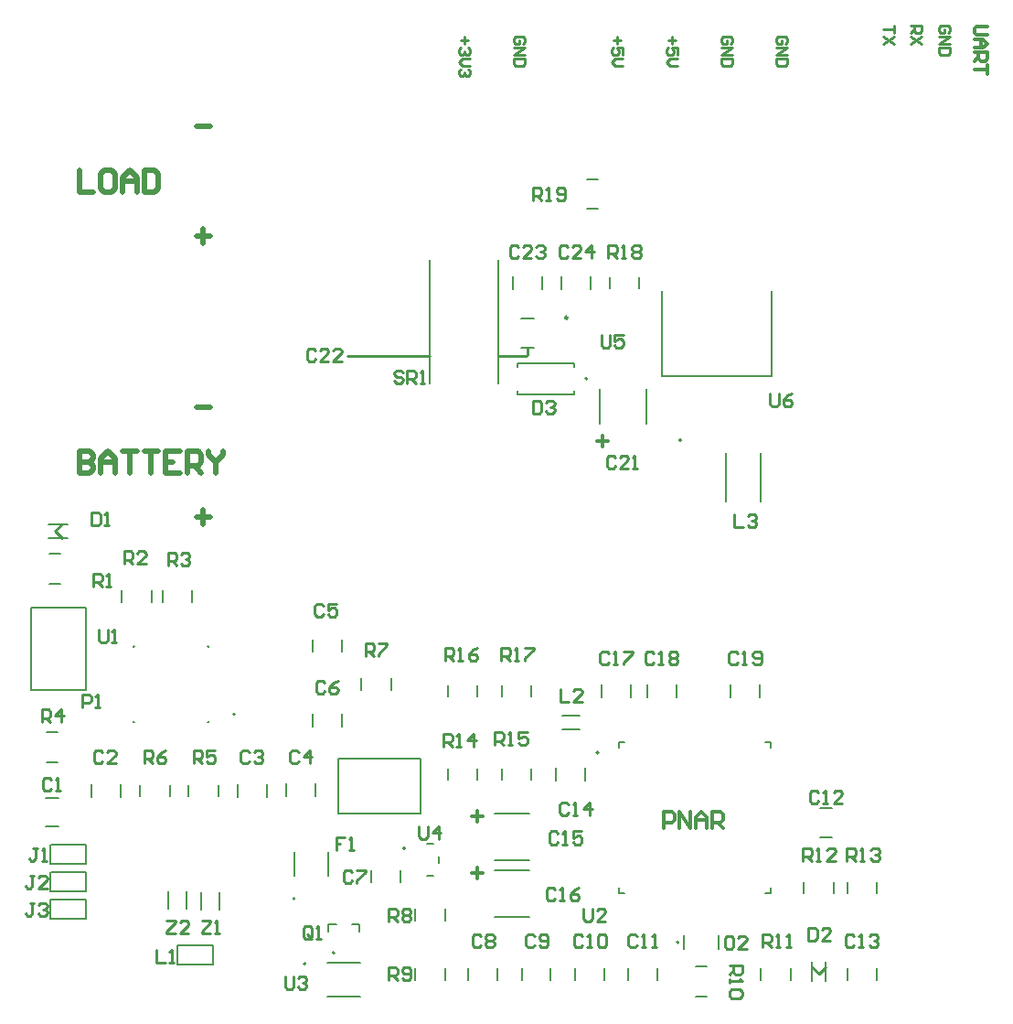
<source format=gbr>
%TF.GenerationSoftware,Altium Limited,Altium Designer,25.2.1 (25)*%
G04 Layer_Color=65535*
%FSLAX43Y43*%
%MOMM*%
%TF.SameCoordinates,4C24163C-91DB-42BE-86CD-6C2E27ADC54B*%
%TF.FilePolarity,Positive*%
%TF.FileFunction,Legend,Top*%
%TF.Part,Single*%
G01*
G75*
%TA.AperFunction,NonConductor*%
%ADD71C,0.250*%
%ADD72C,0.200*%
%ADD73C,0.000*%
%ADD74C,0.254*%
%ADD75C,0.127*%
%ADD76C,0.300*%
%ADD77C,0.500*%
D71*
X50750Y63750D02*
G03*
X50750Y63750I-125J0D01*
G01*
X70913Y89084D02*
X71080Y89250D01*
Y89583D01*
X70913Y89750D01*
X70247D01*
X70080Y89583D01*
Y89250D01*
X70247Y89084D01*
X70580D01*
Y89417D01*
X70080Y88750D02*
X71080D01*
X70080Y88084D01*
X71080D01*
Y87751D02*
X70080D01*
Y87251D01*
X70247Y87084D01*
X70913D01*
X71080Y87251D01*
Y87751D01*
X65833Y89084D02*
X66000Y89250D01*
Y89583D01*
X65833Y89750D01*
X65167D01*
X65000Y89583D01*
Y89250D01*
X65167Y89084D01*
X65500D01*
Y89417D01*
X65000Y88750D02*
X66000D01*
X65000Y88084D01*
X66000D01*
Y87751D02*
X65000D01*
Y87251D01*
X65167Y87084D01*
X65833D01*
X66000Y87251D01*
Y87751D01*
X46561Y89084D02*
X46728Y89250D01*
Y89583D01*
X46561Y89750D01*
X45895D01*
X45728Y89583D01*
Y89250D01*
X45895Y89084D01*
X46228D01*
Y89417D01*
X45728Y88750D02*
X46728D01*
X45728Y88084D01*
X46728D01*
Y87751D02*
X45728D01*
Y87251D01*
X45895Y87084D01*
X46561D01*
X46728Y87251D01*
Y87751D01*
X41148Y89750D02*
Y89084D01*
X41481Y89417D02*
X40815D01*
X41481Y88750D02*
X41648Y88584D01*
Y88250D01*
X41481Y88084D01*
X41315D01*
X41148Y88250D01*
Y88417D01*
Y88250D01*
X40981Y88084D01*
X40815D01*
X40648Y88250D01*
Y88584D01*
X40815Y88750D01*
X41648Y87751D02*
X40981D01*
X40648Y87417D01*
X40981Y87084D01*
X41648D01*
X41481Y86751D02*
X41648Y86584D01*
Y86251D01*
X41481Y86085D01*
X41315D01*
X41148Y86251D01*
Y86418D01*
Y86251D01*
X40981Y86085D01*
X40815D01*
X40648Y86251D01*
Y86584D01*
X40815Y86751D01*
X55340Y89750D02*
Y89084D01*
X55673Y89417D02*
X55007D01*
X55840Y88084D02*
Y88750D01*
X55340D01*
X55507Y88417D01*
Y88250D01*
X55340Y88084D01*
X55007D01*
X54840Y88250D01*
Y88584D01*
X55007Y88750D01*
X55840Y87751D02*
X55173D01*
X54840Y87417D01*
X55173Y87084D01*
X55840D01*
X60420Y89750D02*
Y89084D01*
X60753Y89417D02*
X60087D01*
X60920Y88084D02*
Y88750D01*
X60420D01*
X60587Y88417D01*
Y88250D01*
X60420Y88084D01*
X60087D01*
X59920Y88250D01*
Y88584D01*
X60087Y88750D01*
X60920Y87751D02*
X60253D01*
X59920Y87417D01*
X60253Y87084D01*
X60920D01*
X80986Y90750D02*
Y90084D01*
Y90417D01*
X79986D01*
X80986Y89750D02*
X79986Y89084D01*
X80986D02*
X79986Y89750D01*
X82526Y90750D02*
X83526D01*
Y90250D01*
X83359Y90084D01*
X83026D01*
X82859Y90250D01*
Y90750D01*
Y90417D02*
X82526Y90084D01*
X83526Y89750D02*
X82526Y89084D01*
X83526D02*
X82526Y89750D01*
X85925Y90084D02*
X86092Y90250D01*
Y90583D01*
X85925Y90750D01*
X85259D01*
X85092Y90583D01*
Y90250D01*
X85259Y90084D01*
X85592D01*
Y90417D01*
X85092Y89750D02*
X86092D01*
X85092Y89084D01*
X86092D01*
Y88751D02*
X85092D01*
Y88251D01*
X85259Y88084D01*
X85925D01*
X86092Y88251D01*
Y88751D01*
D72*
X52546Y58100D02*
G03*
X52546Y58100I-100J0D01*
G01*
X61251Y52410D02*
G03*
X61251Y52410I-126J0D01*
G01*
X19951Y27051D02*
G03*
X19951Y27051I-100J0D01*
G01*
X29150Y5000D02*
G03*
X29150Y5000I-100J0D01*
G01*
X26480Y3955D02*
G03*
X26480Y3955I-100J0D01*
G01*
X53600Y23500D02*
G03*
X53600Y23500I-100J0D01*
G01*
X61019Y5969D02*
G03*
X61019Y5969I-100J0D01*
G01*
X35690Y14650D02*
G03*
X35690Y14650I-100J0D01*
G01*
X44348Y57658D02*
Y69088D01*
X37948Y57658D02*
Y69088D01*
X58030Y53916D02*
Y57141D01*
X53730Y53916D02*
Y57141D01*
X59420Y58321D02*
Y66205D01*
X69580Y58321D02*
Y66205D01*
X59420Y58321D02*
X69580D01*
X74650Y2407D02*
Y4183D01*
X73350D02*
X73365Y2407D01*
X2612Y43350D02*
X4388D01*
X2612Y44635D02*
X4388Y44650D01*
X43925Y12650D02*
X47150D01*
X43925Y8350D02*
X47150D01*
X6096Y32089D02*
Y36957D01*
Y29337D02*
Y36957D01*
X1016Y29337D02*
Y36957D01*
Y29337D02*
X6096D01*
X1016Y36957D02*
X6096D01*
X32216Y17907D02*
X37084D01*
X29464D02*
X37084D01*
X29464Y22987D02*
X37084D01*
X29464Y17907D02*
Y22987D01*
X37084Y17907D02*
Y22987D01*
X68600Y46750D02*
Y51250D01*
X65400Y46750D02*
Y51250D01*
X43925Y13550D02*
X47150D01*
X43925Y17850D02*
X47150D01*
D73*
X25527Y9997D02*
G03*
X25527Y9997I-127J0D01*
G01*
D74*
X47000Y60335D02*
Y60950D01*
X46863Y60198D02*
X47000Y60335D01*
X44348Y60198D02*
X46863D01*
X30353Y60198D02*
X37948D01*
X46863Y60198D02*
X47000Y60335D01*
Y60950D01*
X74000Y3041D02*
X74635Y3676D01*
X73365D02*
X74000Y3041D01*
X3246Y44000D02*
X3881Y43365D01*
X3246Y44000D02*
X3881Y44635D01*
X55153Y50819D02*
X54953Y51019D01*
X54553D01*
X54353Y50819D01*
Y50019D01*
X54553Y49819D01*
X54953D01*
X55153Y50019D01*
X56353Y49819D02*
X55553D01*
X56353Y50619D01*
Y50819D01*
X56153Y51019D01*
X55753D01*
X55553Y50819D01*
X56753Y49819D02*
X57153D01*
X56953D01*
Y51019D01*
X56753Y50819D01*
X7328Y34890D02*
Y33890D01*
X7528Y33690D01*
X7928D01*
X8128Y33890D01*
Y34890D01*
X8528Y33690D02*
X8928D01*
X8728D01*
Y34890D01*
X8528Y34690D01*
X47522Y74584D02*
Y75784D01*
X48122D01*
X48322Y75584D01*
Y75184D01*
X48122Y74984D01*
X47522D01*
X47922D02*
X48322Y74584D01*
X48722D02*
X49122D01*
X48922D01*
Y75784D01*
X48722Y75584D01*
X49722Y74784D02*
X49922Y74584D01*
X50322D01*
X50522Y74784D01*
Y75584D01*
X50322Y75784D01*
X49922D01*
X49722Y75584D01*
Y75384D01*
X49922Y75184D01*
X50522D01*
X69485Y56734D02*
Y55734D01*
X69685Y55534D01*
X70085D01*
X70285Y55734D01*
Y56734D01*
X71485D02*
X71085Y56534D01*
X70685Y56134D01*
Y55734D01*
X70885Y55534D01*
X71285D01*
X71485Y55734D01*
Y55934D01*
X71285Y56134D01*
X70685D01*
X13605Y7966D02*
X14405D01*
Y7766D01*
X13605Y6966D01*
Y6766D01*
X14405D01*
X15605D02*
X14805D01*
X15605Y7566D01*
Y7766D01*
X15405Y7966D01*
X15005D01*
X14805Y7766D01*
X16853Y7966D02*
X17653D01*
Y7766D01*
X16853Y6966D01*
Y6766D01*
X17653D01*
X18053D02*
X18453D01*
X18253D01*
Y7966D01*
X18053Y7766D01*
X53864Y62195D02*
Y61195D01*
X54064Y60995D01*
X54464D01*
X54664Y61195D01*
Y62195D01*
X55864D02*
X55064D01*
Y61595D01*
X55464Y61795D01*
X55664D01*
X55864Y61595D01*
Y61195D01*
X55664Y60995D01*
X55264D01*
X55064Y61195D01*
X36973Y16729D02*
Y15729D01*
X37173Y15529D01*
X37573D01*
X37773Y15729D01*
Y16729D01*
X38773Y15529D02*
Y16729D01*
X38173Y16129D01*
X38973D01*
X24555Y2846D02*
Y1846D01*
X24755Y1646D01*
X25155D01*
X25355Y1846D01*
Y2846D01*
X25755Y2646D02*
X25955Y2846D01*
X26355D01*
X26555Y2646D01*
Y2446D01*
X26355Y2246D01*
X26155D01*
X26355D01*
X26555Y2046D01*
Y1846D01*
X26355Y1646D01*
X25955D01*
X25755Y1846D01*
X52213Y9109D02*
Y8109D01*
X52413Y7909D01*
X52813D01*
X53013Y8109D01*
Y9109D01*
X54213Y7909D02*
X53413D01*
X54213Y8709D01*
Y8909D01*
X54013Y9109D01*
X53613D01*
X53413Y8909D01*
X35468Y58693D02*
X35268Y58893D01*
X34868D01*
X34668Y58693D01*
Y58493D01*
X34868Y58293D01*
X35268D01*
X35468Y58093D01*
Y57893D01*
X35268Y57693D01*
X34868D01*
X34668Y57893D01*
X35868Y57693D02*
Y58893D01*
X36468D01*
X36668Y58693D01*
Y58293D01*
X36468Y58093D01*
X35868D01*
X36268D02*
X36668Y57693D01*
X37068D02*
X37468D01*
X37268D01*
Y58893D01*
X37068Y58693D01*
X54507Y69250D02*
Y70450D01*
X55107D01*
X55307Y70250D01*
Y69850D01*
X55107Y69650D01*
X54507D01*
X54907D02*
X55307Y69250D01*
X55707D02*
X56107D01*
X55907D01*
Y70450D01*
X55707Y70250D01*
X56707D02*
X56907Y70450D01*
X57307D01*
X57507Y70250D01*
Y70050D01*
X57307Y69850D01*
X57507Y69650D01*
Y69450D01*
X57307Y69250D01*
X56907D01*
X56707Y69450D01*
Y69650D01*
X56907Y69850D01*
X56707Y70050D01*
Y70250D01*
X56907Y69850D02*
X57307D01*
X6820Y38884D02*
Y40084D01*
X7420D01*
X7620Y39884D01*
Y39484D01*
X7420Y39284D01*
X6820D01*
X7220D02*
X7620Y38884D01*
X8020D02*
X8420D01*
X8220D01*
Y40084D01*
X8020Y39884D01*
X11518Y22514D02*
Y23714D01*
X12118D01*
X12318Y23514D01*
Y23114D01*
X12118Y22914D01*
X11518D01*
X11918D02*
X12318Y22514D01*
X13518Y23714D02*
X13118Y23514D01*
X12718Y23114D01*
Y22714D01*
X12918Y22514D01*
X13318D01*
X13518Y22714D01*
Y22914D01*
X13318Y23114D01*
X12718D01*
X16073Y22514D02*
Y23714D01*
X16673D01*
X16873Y23514D01*
Y23114D01*
X16673Y22914D01*
X16073D01*
X16473D02*
X16873Y22514D01*
X18073Y23714D02*
X17273D01*
Y23114D01*
X17673Y23314D01*
X17873D01*
X18073Y23114D01*
Y22714D01*
X17873Y22514D01*
X17473D01*
X17273Y22714D01*
X9673Y40956D02*
Y42156D01*
X10273D01*
X10473Y41956D01*
Y41556D01*
X10273Y41356D01*
X9673D01*
X10073D02*
X10473Y40956D01*
X11673D02*
X10873D01*
X11673Y41756D01*
Y41956D01*
X11473Y42156D01*
X11073D01*
X10873Y41956D01*
X13727Y40829D02*
Y42029D01*
X14327D01*
X14527Y41829D01*
Y41429D01*
X14327Y41229D01*
X13727D01*
X14127D02*
X14527Y40829D01*
X14927Y41829D02*
X15127Y42029D01*
X15527D01*
X15727Y41829D01*
Y41629D01*
X15527Y41429D01*
X15327D01*
X15527D01*
X15727Y41229D01*
Y41029D01*
X15527Y40829D01*
X15127D01*
X14927Y41029D01*
X2048Y26308D02*
Y27508D01*
X2648D01*
X2848Y27308D01*
Y26908D01*
X2648Y26708D01*
X2048D01*
X2448D02*
X2848Y26308D01*
X3848D02*
Y27508D01*
X3248Y26908D01*
X4048D01*
X44003Y24202D02*
Y25401D01*
X44602D01*
X44802Y25201D01*
Y24802D01*
X44602Y24602D01*
X44003D01*
X44402D02*
X44802Y24202D01*
X45202D02*
X45602D01*
X45402D01*
Y25401D01*
X45202Y25201D01*
X47002Y25401D02*
X46202D01*
Y24802D01*
X46602Y25001D01*
X46802D01*
X47002Y24802D01*
Y24402D01*
X46802Y24202D01*
X46402D01*
X46202Y24402D01*
X32000Y32426D02*
Y33626D01*
X32600D01*
X32800Y33426D01*
Y33026D01*
X32600Y32826D01*
X32000D01*
X32400D02*
X32800Y32426D01*
X33200Y33626D02*
X34000D01*
Y33426D01*
X33200Y32626D01*
Y32426D01*
X39246Y24075D02*
Y25274D01*
X39846D01*
X40046Y25074D01*
Y24675D01*
X39846Y24475D01*
X39246D01*
X39646D02*
X40046Y24075D01*
X40446D02*
X40846D01*
X40646D01*
Y25274D01*
X40446Y25074D01*
X42046Y24075D02*
Y25274D01*
X41446Y24675D01*
X42246D01*
X68804Y5496D02*
Y6696D01*
X69404D01*
X69604Y6496D01*
Y6096D01*
X69404Y5896D01*
X68804D01*
X69204D02*
X69604Y5496D01*
X70004D02*
X70404D01*
X70204D01*
Y6696D01*
X70004Y6496D01*
X71004Y5496D02*
X71404D01*
X71204D01*
Y6696D01*
X71004Y6496D01*
X34179Y2448D02*
Y3648D01*
X34779D01*
X34979Y3448D01*
Y3048D01*
X34779Y2848D01*
X34179D01*
X34579D02*
X34979Y2448D01*
X35379Y2648D02*
X35579Y2448D01*
X35979D01*
X36179Y2648D01*
Y3448D01*
X35979Y3648D01*
X35579D01*
X35379Y3448D01*
Y3248D01*
X35579Y3048D01*
X36179D01*
X34179Y7909D02*
Y9109D01*
X34779D01*
X34979Y8909D01*
Y8509D01*
X34779Y8309D01*
X34179D01*
X34579D02*
X34979Y7909D01*
X35379Y8909D02*
X35579Y9109D01*
X35979D01*
X36179Y8909D01*
Y8709D01*
X35979Y8509D01*
X36179Y8309D01*
Y8109D01*
X35979Y7909D01*
X35579D01*
X35379Y8109D01*
Y8309D01*
X35579Y8509D01*
X35379Y8709D01*
Y8909D01*
X35579Y8509D02*
X35979D01*
X44601Y32039D02*
Y33239D01*
X45201D01*
X45401Y33039D01*
Y32639D01*
X45201Y32439D01*
X44601D01*
X45001D02*
X45401Y32039D01*
X45801D02*
X46201D01*
X46001D01*
Y33239D01*
X45801Y33039D01*
X46801Y33239D02*
X47601D01*
Y33039D01*
X46801Y32239D01*
Y32039D01*
X76605Y13497D02*
Y14697D01*
X77205D01*
X77405Y14497D01*
Y14097D01*
X77205Y13897D01*
X76605D01*
X77005D02*
X77405Y13497D01*
X77805D02*
X78205D01*
X78005D01*
Y14697D01*
X77805Y14497D01*
X78805D02*
X79005Y14697D01*
X79405D01*
X79605Y14497D01*
Y14297D01*
X79405Y14097D01*
X79205D01*
X79405D01*
X79605Y13897D01*
Y13697D01*
X79405Y13497D01*
X79005D01*
X78805Y13697D01*
X72541Y13497D02*
Y14697D01*
X73141D01*
X73341Y14497D01*
Y14097D01*
X73141Y13897D01*
X72541D01*
X72941D02*
X73341Y13497D01*
X73741D02*
X74141D01*
X73941D01*
Y14697D01*
X73741Y14497D01*
X75541Y13497D02*
X74741D01*
X75541Y14297D01*
Y14497D01*
X75341Y14697D01*
X74941D01*
X74741Y14497D01*
X65694Y3786D02*
X66894D01*
Y3186D01*
X66694Y2986D01*
X66294D01*
X66094Y3186D01*
Y3786D01*
Y3386D02*
X65694Y2986D01*
Y2586D02*
Y2186D01*
Y2386D01*
X66894D01*
X66694Y2586D01*
Y1586D02*
X66894Y1386D01*
Y986D01*
X66694Y786D01*
X65894D01*
X65694Y986D01*
Y1386D01*
X65894Y1586D01*
X66694D01*
X39373Y32039D02*
Y33238D01*
X39973D01*
X40173Y33038D01*
Y32639D01*
X39973Y32439D01*
X39373D01*
X39773D02*
X40173Y32039D01*
X40573D02*
X40973D01*
X40773D01*
Y33238D01*
X40573Y33038D01*
X42373Y33238D02*
X41973Y33038D01*
X41573Y32639D01*
Y32239D01*
X41773Y32039D01*
X42173D01*
X42373Y32239D01*
Y32439D01*
X42173Y32639D01*
X41573D01*
X27051Y6458D02*
Y7258D01*
X26851Y7458D01*
X26451D01*
X26251Y7258D01*
Y6458D01*
X26451Y6258D01*
X26851D01*
X26651Y6658D02*
X27051Y6258D01*
X26851D02*
X27051Y6458D01*
X27451Y6258D02*
X27851D01*
X27651D01*
Y7458D01*
X27451Y7258D01*
X5804Y27721D02*
Y28921D01*
X6404D01*
X6604Y28721D01*
Y28321D01*
X6404Y28121D01*
X5804D01*
X7004Y27721D02*
X7404D01*
X7204D01*
Y28921D01*
X7004Y28721D01*
X65894Y6569D02*
X65494D01*
X65294Y6369D01*
Y5569D01*
X65494Y5369D01*
X65894D01*
X66094Y5569D01*
Y6369D01*
X65894Y6569D01*
X67294Y5369D02*
X66494D01*
X67294Y6169D01*
Y6369D01*
X67094Y6569D01*
X66694D01*
X66494Y6369D01*
X66183Y45558D02*
Y44358D01*
X66983D01*
X67383Y45358D02*
X67583Y45558D01*
X67983D01*
X68183Y45358D01*
Y45158D01*
X67983Y44958D01*
X67783D01*
X67983D01*
X68183Y44758D01*
Y44558D01*
X67983Y44358D01*
X67583D01*
X67383Y44558D01*
X12662Y5299D02*
Y4099D01*
X13462D01*
X13862D02*
X14262D01*
X14062D01*
Y5299D01*
X13862Y5099D01*
X50054Y29429D02*
Y28229D01*
X50854D01*
X52054D02*
X51254D01*
X52054Y29029D01*
Y29229D01*
X51854Y29429D01*
X51454D01*
X51254Y29229D01*
X1324Y9617D02*
X924D01*
X1124D01*
Y8617D01*
X924Y8417D01*
X724D01*
X524Y8617D01*
X1724Y9417D02*
X1924Y9617D01*
X2324D01*
X2524Y9417D01*
Y9217D01*
X2324Y9017D01*
X2124D01*
X2324D01*
X2524Y8817D01*
Y8617D01*
X2324Y8417D01*
X1924D01*
X1724Y8617D01*
X1324Y12157D02*
X924D01*
X1124D01*
Y11157D01*
X924Y10957D01*
X724D01*
X524Y11157D01*
X2524Y10957D02*
X1724D01*
X2524Y11757D01*
Y11957D01*
X2324Y12157D01*
X1924D01*
X1724Y11957D01*
X1651Y14697D02*
X1251D01*
X1451D01*
Y13697D01*
X1251Y13497D01*
X1051D01*
X851Y13697D01*
X2051Y13497D02*
X2451D01*
X2251D01*
Y14697D01*
X2051Y14497D01*
X30099Y15713D02*
X29299D01*
Y15113D01*
X29699D01*
X29299D01*
Y14513D01*
X30499D02*
X30899D01*
X30699D01*
Y15713D01*
X30499Y15513D01*
X47514Y56099D02*
Y54899D01*
X48114D01*
X48314Y55099D01*
Y55899D01*
X48114Y56099D01*
X47514D01*
X48714Y55899D02*
X48914Y56099D01*
X49314D01*
X49514Y55899D01*
Y55699D01*
X49314Y55499D01*
X49114D01*
X49314D01*
X49514Y55299D01*
Y55099D01*
X49314Y54899D01*
X48914D01*
X48714Y55099D01*
X6637Y45743D02*
Y44543D01*
X7237D01*
X7437Y44743D01*
Y45543D01*
X7237Y45743D01*
X6637D01*
X7837Y44543D02*
X8237D01*
X8037D01*
Y45743D01*
X7837Y45543D01*
X73041Y7331D02*
Y6131D01*
X73641D01*
X73841Y6331D01*
Y7131D01*
X73641Y7331D01*
X73041D01*
X75041Y6131D02*
X74241D01*
X75041Y6931D01*
Y7131D01*
X74841Y7331D01*
X74441D01*
X74241Y7131D01*
X46190Y70250D02*
X45990Y70450D01*
X45590D01*
X45391Y70250D01*
Y69450D01*
X45590Y69250D01*
X45990D01*
X46190Y69450D01*
X47390Y69250D02*
X46590D01*
X47390Y70050D01*
Y70250D01*
X47190Y70450D01*
X46790D01*
X46590Y70250D01*
X47790D02*
X47990Y70450D01*
X48390D01*
X48589Y70250D01*
Y70050D01*
X48390Y69850D01*
X48190D01*
X48390D01*
X48589Y69650D01*
Y69450D01*
X48390Y69250D01*
X47990D01*
X47790Y69450D01*
X27394Y60725D02*
X27194Y60925D01*
X26794D01*
X26595Y60725D01*
Y59925D01*
X26794Y59725D01*
X27194D01*
X27394Y59925D01*
X28594Y59725D02*
X27794D01*
X28594Y60525D01*
Y60725D01*
X28394Y60925D01*
X27994D01*
X27794Y60725D01*
X29793Y59725D02*
X28994D01*
X29793Y60525D01*
Y60725D01*
X29594Y60925D01*
X29194D01*
X28994Y60725D01*
X50762Y70250D02*
X50562Y70450D01*
X50162D01*
X49963Y70250D01*
Y69450D01*
X50162Y69250D01*
X50562D01*
X50762Y69450D01*
X51962Y69250D02*
X51162D01*
X51962Y70050D01*
Y70250D01*
X51762Y70450D01*
X51362D01*
X51162Y70250D01*
X52962Y69250D02*
Y70450D01*
X52362Y69850D01*
X53161D01*
X7674Y23514D02*
X7474Y23714D01*
X7074D01*
X6874Y23514D01*
Y22714D01*
X7074Y22514D01*
X7474D01*
X7674Y22714D01*
X8874Y22514D02*
X8074D01*
X8874Y23314D01*
Y23514D01*
X8674Y23714D01*
X8274D01*
X8074Y23514D01*
X21263D02*
X21063Y23714D01*
X20663D01*
X20463Y23514D01*
Y22714D01*
X20663Y22514D01*
X21063D01*
X21263Y22714D01*
X21663Y23514D02*
X21863Y23714D01*
X22263D01*
X22463Y23514D01*
Y23314D01*
X22263Y23114D01*
X22063D01*
X22263D01*
X22463Y22914D01*
Y22714D01*
X22263Y22514D01*
X21863D01*
X21663Y22714D01*
X25835Y23514D02*
X25635Y23714D01*
X25235D01*
X25035Y23514D01*
Y22714D01*
X25235Y22514D01*
X25635D01*
X25835Y22714D01*
X26835Y22514D02*
Y23714D01*
X26235Y23114D01*
X27035D01*
X2921Y20974D02*
X2721Y21174D01*
X2321D01*
X2121Y20974D01*
Y20174D01*
X2321Y19974D01*
X2721D01*
X2921Y20174D01*
X3321Y19974D02*
X3721D01*
X3521D01*
Y21174D01*
X3321Y20974D01*
X28248Y29991D02*
X28048Y30191D01*
X27648D01*
X27448Y29991D01*
Y29191D01*
X27648Y28991D01*
X28048D01*
X28248Y29191D01*
X29448Y30191D02*
X29048Y29991D01*
X28648Y29591D01*
Y29191D01*
X28848Y28991D01*
X29248D01*
X29448Y29191D01*
Y29391D01*
X29248Y29591D01*
X28648D01*
X28121Y37103D02*
X27921Y37303D01*
X27521D01*
X27321Y37103D01*
Y36303D01*
X27521Y36103D01*
X27921D01*
X28121Y36303D01*
X29321Y37303D02*
X28521D01*
Y36703D01*
X28921Y36903D01*
X29121D01*
X29321Y36703D01*
Y36303D01*
X29121Y36103D01*
X28721D01*
X28521Y36303D01*
X77278Y6496D02*
X77078Y6696D01*
X76678D01*
X76478Y6496D01*
Y5696D01*
X76678Y5496D01*
X77078D01*
X77278Y5696D01*
X77678Y5496D02*
X78078D01*
X77878D01*
Y6696D01*
X77678Y6496D01*
X78678D02*
X78878Y6696D01*
X79278D01*
X79478Y6496D01*
Y6296D01*
X79278Y6096D01*
X79078D01*
X79278D01*
X79478Y5896D01*
Y5696D01*
X79278Y5496D01*
X78878D01*
X78678Y5696D01*
X58736Y32658D02*
X58536Y32858D01*
X58136D01*
X57936Y32658D01*
Y31858D01*
X58136Y31658D01*
X58536D01*
X58736Y31858D01*
X59136Y31658D02*
X59536D01*
X59336D01*
Y32858D01*
X59136Y32658D01*
X60136D02*
X60336Y32858D01*
X60736D01*
X60936Y32658D01*
Y32458D01*
X60736Y32258D01*
X60936Y32058D01*
Y31858D01*
X60736Y31658D01*
X60336D01*
X60136Y31858D01*
Y32058D01*
X60336Y32258D01*
X60136Y32458D01*
Y32658D01*
X60336Y32258D02*
X60736D01*
X73976Y19831D02*
X73776Y20031D01*
X73376D01*
X73176Y19831D01*
Y19031D01*
X73376Y18831D01*
X73776D01*
X73976Y19031D01*
X74376Y18831D02*
X74776D01*
X74576D01*
Y20031D01*
X74376Y19831D01*
X76176Y18831D02*
X75376D01*
X76176Y19631D01*
Y19831D01*
X75976Y20031D01*
X75576D01*
X75376Y19831D01*
X66483Y32658D02*
X66283Y32858D01*
X65883D01*
X65683Y32658D01*
Y31858D01*
X65883Y31658D01*
X66283D01*
X66483Y31858D01*
X66883Y31658D02*
X67283D01*
X67083D01*
Y32858D01*
X66883Y32658D01*
X67883Y31858D02*
X68083Y31658D01*
X68483D01*
X68683Y31858D01*
Y32658D01*
X68483Y32858D01*
X68083D01*
X67883Y32658D01*
Y32458D01*
X68083Y32258D01*
X68683D01*
X50808Y18725D02*
X50608Y18925D01*
X50208D01*
X50008Y18725D01*
Y17925D01*
X50208Y17725D01*
X50608D01*
X50808Y17925D01*
X51208Y17725D02*
X51608D01*
X51408D01*
Y18925D01*
X51208Y18725D01*
X52808Y17725D02*
Y18925D01*
X52208Y18325D01*
X53008D01*
X57158Y6496D02*
X56958Y6696D01*
X56558D01*
X56358Y6496D01*
Y5696D01*
X56558Y5496D01*
X56958D01*
X57158Y5696D01*
X57558Y5496D02*
X57958D01*
X57758D01*
Y6696D01*
X57558Y6496D01*
X58558Y5496D02*
X58958D01*
X58758D01*
Y6696D01*
X58558Y6496D01*
X54545Y32658D02*
X54345Y32858D01*
X53945D01*
X53745Y32658D01*
Y31858D01*
X53945Y31658D01*
X54345D01*
X54545Y31858D01*
X54945Y31658D02*
X55345D01*
X55145D01*
Y32858D01*
X54945Y32658D01*
X55945Y32858D02*
X56745D01*
Y32658D01*
X55945Y31858D01*
Y31658D01*
X42726Y6496D02*
X42526Y6696D01*
X42126D01*
X41926Y6496D01*
Y5696D01*
X42126Y5496D01*
X42526D01*
X42726Y5696D01*
X43126Y6496D02*
X43326Y6696D01*
X43726D01*
X43926Y6496D01*
Y6296D01*
X43726Y6096D01*
X43926Y5896D01*
Y5696D01*
X43726Y5496D01*
X43326D01*
X43126Y5696D01*
Y5896D01*
X43326Y6096D01*
X43126Y6296D01*
Y6496D01*
X43326Y6096D02*
X43726D01*
X47679Y6496D02*
X47479Y6696D01*
X47079D01*
X46879Y6496D01*
Y5696D01*
X47079Y5496D01*
X47479D01*
X47679Y5696D01*
X48079D02*
X48279Y5496D01*
X48679D01*
X48879Y5696D01*
Y6496D01*
X48679Y6696D01*
X48279D01*
X48079Y6496D01*
Y6296D01*
X48279Y6096D01*
X48879D01*
X49592Y10822D02*
X49392Y11022D01*
X48992D01*
X48792Y10822D01*
Y10022D01*
X48992Y9822D01*
X49392D01*
X49592Y10022D01*
X49992Y9822D02*
X50392D01*
X50192D01*
Y11022D01*
X49992Y10822D01*
X51792Y11022D02*
X51392Y10822D01*
X50992Y10422D01*
Y10022D01*
X51192Y9822D01*
X51592D01*
X51792Y10022D01*
Y10222D01*
X51592Y10422D01*
X50992D01*
X52132Y6496D02*
X51932Y6696D01*
X51532D01*
X51332Y6496D01*
Y5696D01*
X51532Y5496D01*
X51932D01*
X52132Y5696D01*
X52532Y5496D02*
X52932D01*
X52732D01*
Y6696D01*
X52532Y6496D01*
X53532D02*
X53732Y6696D01*
X54132D01*
X54332Y6496D01*
Y5696D01*
X54132Y5496D01*
X53732D01*
X53532Y5696D01*
Y6496D01*
X49846Y16029D02*
X49646Y16229D01*
X49246D01*
X49046Y16029D01*
Y15229D01*
X49246Y15029D01*
X49646D01*
X49846Y15229D01*
X50246Y15029D02*
X50646D01*
X50446D01*
Y16229D01*
X50246Y16029D01*
X52046Y16229D02*
X51246D01*
Y15629D01*
X51646Y15829D01*
X51846D01*
X52046Y15629D01*
Y15229D01*
X51846Y15029D01*
X51446D01*
X51246Y15229D01*
X30788Y12465D02*
X30588Y12665D01*
X30188D01*
X29988Y12465D01*
Y11665D01*
X30188Y11465D01*
X30588D01*
X30788Y11665D01*
X31188Y12665D02*
X31988D01*
Y12465D01*
X31188Y11665D01*
Y11465D01*
D75*
X46050Y59200D02*
Y59550D01*
X51350D01*
Y59200D02*
Y59550D01*
X46050Y56650D02*
Y57000D01*
Y56650D02*
X51350D01*
Y57000D01*
X50200Y26954D02*
X51800D01*
X50200Y25624D02*
X51800D01*
X17491Y26351D02*
Y26456D01*
Y33246D02*
Y33351D01*
X10491Y26351D02*
Y26456D01*
Y33246D02*
Y33351D01*
X17386Y26351D02*
X17491D01*
X17386Y33351D02*
X17491D01*
X10491Y26351D02*
X10596D01*
X10491Y33351D02*
X10596D01*
X28550Y6965D02*
Y7650D01*
X30720D02*
X31450D01*
X28550D02*
X29280D01*
X31450Y6965D02*
Y7650D01*
X65833Y28640D02*
Y29780D01*
X68533Y28640D02*
Y29780D01*
X52850Y66430D02*
Y67570D01*
X50150Y66430D02*
Y67570D01*
X54620Y66470D02*
Y67530D01*
X57380Y66470D02*
Y67530D01*
X45650Y66430D02*
Y67570D01*
X48350Y66430D02*
Y67570D01*
X2703Y41880D02*
X3763D01*
X2703Y39120D02*
X3763D01*
X29798Y25930D02*
Y27070D01*
X27098Y25930D02*
Y27070D01*
X18483Y8997D02*
Y10597D01*
X16823Y8997D02*
Y10597D01*
X15435Y9106D02*
Y10706D01*
X13775Y9106D02*
Y10706D01*
X14605Y3937D02*
X17907D01*
Y5715D01*
X14605D02*
X17907D01*
X14605Y3937D02*
Y5715D01*
X28600Y12097D02*
Y14297D01*
X25400Y12097D02*
Y14297D01*
X18400Y19470D02*
Y20530D01*
X15640Y19470D02*
Y20530D01*
X22850Y19430D02*
Y20570D01*
X20150Y19430D02*
Y20570D01*
X13900Y19470D02*
Y20530D01*
X11140Y19470D02*
Y20530D01*
X2470Y22620D02*
X3530D01*
X2470Y25380D02*
X3530D01*
X2430Y16650D02*
X3570D01*
X2430Y19350D02*
X3570D01*
X6150Y10640D02*
Y12440D01*
X2850Y10640D02*
Y12440D01*
Y10640D02*
X6150D01*
X2890Y12440D02*
X6110D01*
X36620Y2470D02*
Y3530D01*
X39380Y2470D02*
Y3530D01*
X76650Y2430D02*
Y3570D01*
X79350Y2430D02*
Y3570D01*
X71380Y2496D02*
Y3556D01*
X68620Y2496D02*
Y3556D01*
X52500Y76564D02*
X53560D01*
X52500Y73804D02*
X53560D01*
X42380Y20970D02*
Y22030D01*
X39620Y20970D02*
Y22030D01*
X46430Y60950D02*
X47570D01*
X46430Y63650D02*
X47570D01*
X47390Y20970D02*
Y22030D01*
X44630Y20970D02*
Y22030D01*
X47390Y28680D02*
Y29740D01*
X44630Y28680D02*
Y29740D01*
X42380Y28680D02*
Y29740D01*
X39620Y28680D02*
Y29740D01*
X28450Y950D02*
X31550D01*
X28450Y4050D02*
X31550D01*
X69000Y24500D02*
X69500D01*
Y24000D02*
Y24500D01*
X55500Y24000D02*
Y24500D01*
X56000D01*
X69500Y10500D02*
Y11000D01*
X69000Y10500D02*
X69500D01*
X55500D02*
X56000D01*
X55500D02*
Y11000D01*
X24685Y19496D02*
Y20636D01*
X27385Y19496D02*
Y20636D01*
X2890Y14980D02*
X6110D01*
X2850Y13180D02*
X6150D01*
X2850D02*
Y14980D01*
X6150Y13180D02*
Y14980D01*
X2890Y8100D02*
X6110D01*
X2850Y9900D02*
X6150D01*
Y8100D02*
Y9900D01*
X2850Y8100D02*
Y9900D01*
X6650Y19430D02*
Y20570D01*
X9350Y19430D02*
Y20570D01*
X15980Y37470D02*
Y38530D01*
X13220Y37470D02*
Y38530D01*
X12180Y37470D02*
Y38530D01*
X9420Y37470D02*
Y38530D01*
X31620Y29321D02*
Y30381D01*
X34380Y29321D02*
Y30381D01*
X29798Y32831D02*
Y33971D01*
X27098Y32831D02*
Y33971D01*
X56308Y2430D02*
Y3570D01*
X59008Y2430D02*
Y3570D01*
X61519Y5319D02*
Y6619D01*
X64719Y5319D02*
Y6619D01*
X52350Y20930D02*
Y22070D01*
X49650Y20930D02*
Y22070D01*
X35259Y11495D02*
Y12635D01*
X32559Y11495D02*
Y12635D01*
X37670Y15050D02*
X38330D01*
X38800Y13265D02*
Y13935D01*
X37670Y12150D02*
X38330D01*
X56595Y28640D02*
Y29780D01*
X53895Y28640D02*
Y29780D01*
X60786Y28640D02*
Y29780D01*
X58086Y28640D02*
Y29780D01*
X74105Y15650D02*
X75245D01*
X74105Y18350D02*
X75245D01*
X62589Y945D02*
X63649D01*
X62589Y3705D02*
X63649D01*
X79380Y10470D02*
Y11530D01*
X76620Y10470D02*
Y11530D01*
X75380Y10470D02*
Y11530D01*
X72620Y10470D02*
Y11530D01*
X39380Y7970D02*
Y9030D01*
X36620Y7970D02*
Y9030D01*
X54088Y2430D02*
Y3570D01*
X51388Y2430D02*
Y3570D01*
X49169Y2430D02*
Y3570D01*
X46469Y2430D02*
Y3570D01*
X44249Y2430D02*
Y3570D01*
X41549Y2430D02*
Y3570D01*
D76*
X53975Y51824D02*
Y52824D01*
X53475Y52324D02*
X54475D01*
X41833Y12405D02*
X42833D01*
X42333Y12905D02*
Y11905D01*
X89595Y90700D02*
X88595D01*
X88395Y90500D01*
Y90100D01*
X88595Y89900D01*
X89595D01*
X88395Y89500D02*
X89195D01*
X89595Y89101D01*
X89195Y88701D01*
X88395D01*
X88995D01*
Y89500D01*
X88395Y88301D02*
X89595D01*
Y87701D01*
X89395Y87501D01*
X88995D01*
X88795Y87701D01*
Y88301D01*
Y87901D02*
X88395Y87501D01*
X89595Y87101D02*
Y86301D01*
Y86701D01*
X88395D01*
X41833Y17605D02*
X42833D01*
X42333Y18105D02*
Y17105D01*
X59608Y16522D02*
Y18022D01*
X60358D01*
X60608Y17772D01*
Y17272D01*
X60358Y17022D01*
X59608D01*
X61107Y16522D02*
Y18022D01*
X62107Y16522D01*
Y18022D01*
X62607Y16522D02*
Y17522D01*
X63107Y18022D01*
X63607Y17522D01*
Y16522D01*
Y17272D01*
X62607D01*
X64106Y16522D02*
Y18022D01*
X64856D01*
X65106Y17772D01*
Y17272D01*
X64856Y17022D01*
X64106D01*
X64606D02*
X65106Y16522D01*
D77*
X5500Y51380D02*
Y49380D01*
X6500D01*
X6833Y49714D01*
Y50047D01*
X6500Y50380D01*
X5500D01*
X6500D01*
X6833Y50713D01*
Y51046D01*
X6500Y51380D01*
X5500D01*
X7499Y49380D02*
Y50713D01*
X8166Y51380D01*
X8832Y50713D01*
Y49380D01*
Y50380D01*
X7499D01*
X9499Y51380D02*
X10832D01*
X10165D01*
Y49380D01*
X11498Y51380D02*
X12831D01*
X12165D01*
Y49380D01*
X14830Y51380D02*
X13497D01*
Y49380D01*
X14830D01*
X13497Y50380D02*
X14164D01*
X15497Y49380D02*
Y51380D01*
X16496D01*
X16830Y51046D01*
Y50380D01*
X16496Y50047D01*
X15497D01*
X16163D02*
X16830Y49380D01*
X17496Y51380D02*
Y51046D01*
X18163Y50380D01*
X18829Y51046D01*
Y51380D01*
X18163Y50380D02*
Y49380D01*
X5500Y77380D02*
Y75380D01*
X6833D01*
X8499Y77380D02*
X7833D01*
X7499Y77046D01*
Y75714D01*
X7833Y75380D01*
X8499D01*
X8832Y75714D01*
Y77046D01*
X8499Y77380D01*
X9499Y75380D02*
Y76713D01*
X10165Y77380D01*
X10832Y76713D01*
Y75380D01*
Y76380D01*
X9499D01*
X11498Y77380D02*
Y75380D01*
X12498D01*
X12831Y75714D01*
Y77046D01*
X12498Y77380D01*
X11498D01*
X16334Y71300D02*
X17666D01*
X17000Y71966D02*
Y70634D01*
X16334Y81460D02*
X17666D01*
X16334Y55460D02*
X17666D01*
X16334Y45300D02*
X17666D01*
X17000Y45966D02*
Y44634D01*
%TF.MD5,1c5872a1b2961b6fbe70257fa16e839b*%
M02*

</source>
